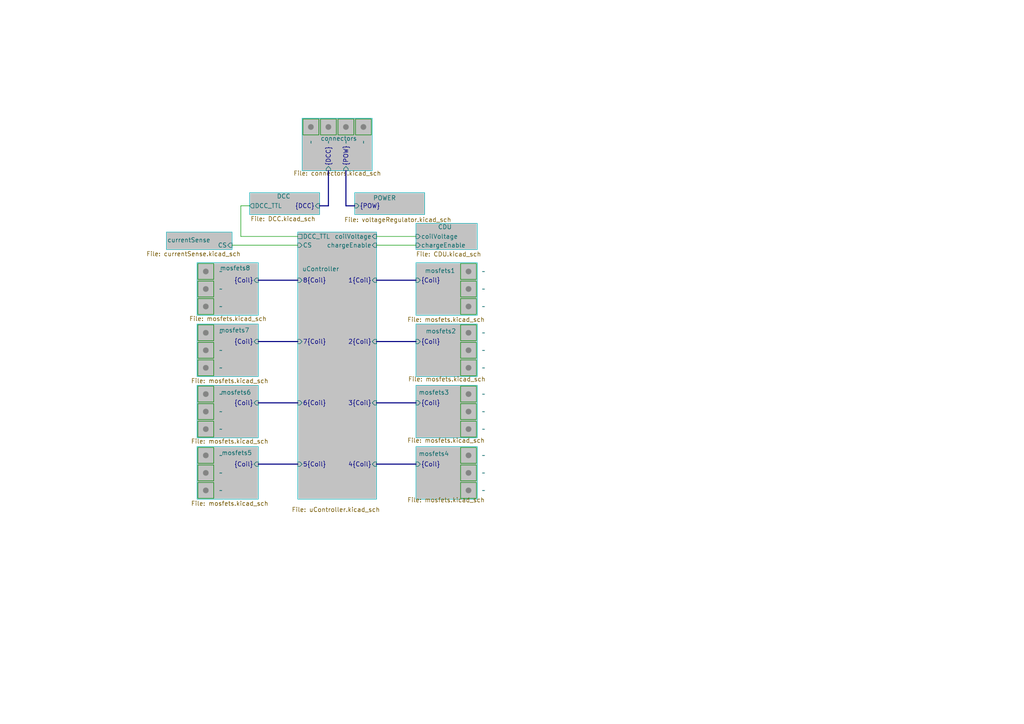
<source format=kicad_sch>
(kicad_sch (version 20231120) (generator "eeschema") (generator_version "8.0")
  (paper "A4")
  (lib_symbols
    (symbol "custom_kicad_lib_sk:screwterminal" (pin_numbers hide) (pin_names (offset 0) hide) (in_bom no) (on_board no)
      (symbol "screwterminal_1_1"
        (rectangle (start -2.3 2.3) (end 2.3 -2.3) (stroke (width 0) (color 0 132 0 1)))
        (circle (center 0 0) (radius 0.762) (stroke (width 0) (color 137 143 138 1)) (fill (type color) (color 132 132 132 1)))
      )
    )
  )
  (bus (pts (xy 109.22 81.28) (xy 120.65 81.28)))
  (wire (pts (xy 109.22 68.58) (xy 120.65 68.58)))
  (bus (pts (xy 74.93 116.84) (xy 86.36 116.84)))
  (bus (pts (xy 109.22 134.62) (xy 120.65 134.62)))
  (wire (pts (xy 86.36 68.58) (xy 69.85 68.58)))
  (wire (pts (xy 67.31 71.12) (xy 86.36 71.12)))
  (wire (pts (xy 109.22 71.12) (xy 120.65 71.12)))
  (bus (pts (xy 102.87 59.69) (xy 100.33 59.69)))
  (bus (pts (xy 100.33 59.69) (xy 100.33 49.53)))
  (bus (pts (xy 74.93 134.62) (xy 86.36 134.62)))
  (bus (pts (xy 95.25 59.69) (xy 95.25 49.53)))
  (bus (pts (xy 92.71 59.69) (xy 95.25 59.69)))
  (bus (pts (xy 74.93 81.28) (xy 86.36 81.28)))
  (wire (pts (xy 69.85 59.69) (xy 72.39 59.69)))
  (bus (pts (xy 74.93 99.06) (xy 86.36 99.06)))
  (wire (pts (xy 69.85 68.58) (xy 69.85 59.69)))
  (bus (pts (xy 109.22 99.06) (xy 120.65 99.06)))
  (bus (pts (xy 109.22 116.84) (xy 120.65 116.84)))
  (symbol (lib_id "custom_kicad_lib_sk:screwterminal") (at 135.89 96.52 0) (unit 1) (in_bom no) (on_board no)
    (property "Reference" "u124" (effects (hide yes)))
    (property "Value" "~" (at 139.7 96.52 0) (effects (justify left)))
  )
  (symbol (lib_id "custom_kicad_lib_sk:screwterminal") (at 135.89 142.24 0) (unit 1) (in_bom no) (on_board no)
    (property "Reference" "u132" (effects (hide yes)))
    (property "Value" "~" (at 139.7 142.24 0) (effects (justify left)))
  )
  (symbol (lib_id "custom_kicad_lib_sk:screwterminal") (at 135.89 83.82 0) (unit 1) (in_bom no) (on_board no)
    (property "Reference" "u122" (effects (hide yes)))
    (property "Value" "~" (at 139.7 83.82 0) (effects (justify left)))
  )
  (symbol (lib_id "custom_kicad_lib_sk:screwterminal") (at 90.17 36.83 270) (unit 1) (in_bom no) (on_board no)
    (property "Reference" "u113" (effects (hide yes)))
    (property "Value" "~" (at 90.17 40.64 0) (effects (justify left)))
  )
  (symbol (lib_id "custom_kicad_lib_sk:screwterminal") (at 135.89 101.6 0) (unit 1) (in_bom no) (on_board no)
    (property "Reference" "u125" (effects (hide yes)))
    (property "Value" "~" (at 139.7 101.6 0) (effects (justify left)))
  )
  (symbol (lib_id "custom_kicad_lib_sk:screwterminal") (at 135.89 114.3 0) (unit 1) (in_bom no) (on_board no)
    (property "Reference" "u127" (effects (hide yes)))
    (property "Value" "~" (at 139.7 114.3 0) (effects (justify left)))
  )
  (symbol (lib_id "custom_kicad_lib_sk:screwterminal") (at 59.69 137.16 0) (unit 1) (in_bom no) (on_board no)
    (property "Reference" "u111" (effects (hide yes)))
    (property "Value" "~" (at 63.5 137.16 0) (effects (justify left)))
  )
  (symbol (lib_id "custom_kicad_lib_sk:screwterminal") (at 59.69 78.74 0) (unit 1) (in_bom no) (on_board no)
    (property "Reference" "u101" (effects (hide yes)))
    (property "Value" "~" (at 63.5 78.74 0) (effects (justify left)))
  )
  (symbol (lib_id "custom_kicad_lib_sk:screwterminal") (at 135.89 106.68 0) (unit 1) (in_bom no) (on_board no)
    (property "Reference" "u126" (effects (hide yes)))
    (property "Value" "~" (at 139.7 106.68 0) (effects (justify left)))
  )
  (symbol (lib_id "custom_kicad_lib_sk:screwterminal") (at 59.69 106.68 0) (unit 1) (in_bom no) (on_board no)
    (property "Reference" "u106" (effects (hide yes)))
    (property "Value" "~" (at 63.5 106.68 0) (effects (justify left)))
  )
  (symbol (lib_id "custom_kicad_lib_sk:screwterminal") (at 135.89 124.46 0) (unit 1) (in_bom no) (on_board no)
    (property "Reference" "u129" (effects (hide yes)))
    (property "Value" "~" (at 139.7 124.46 0) (effects (justify left)))
  )
  (symbol (lib_id "custom_kicad_lib_sk:screwterminal") (at 59.69 114.3 0) (unit 1) (in_bom no) (on_board no)
    (property "Reference" "u107" (effects (hide yes)))
    (property "Value" "~" (at 63.5 114.3 0) (effects (justify left)))
  )
  (symbol (lib_id "custom_kicad_lib_sk:screwterminal") (at 135.89 132.08 0) (unit 1) (in_bom no) (on_board no)
    (property "Reference" "u130" (effects (hide yes)))
    (property "Value" "~" (at 139.7 132.08 0) (effects (justify left)))
  )
  (symbol (lib_id "custom_kicad_lib_sk:screwterminal") (at 95.25 36.83 270) (unit 1) (in_bom no) (on_board no)
    (property "Reference" "u115" (effects (hide yes)))
    (property "Value" "~" (at 95.25 40.64 0) (effects (justify left)))
  )
  (symbol (lib_id "custom_kicad_lib_sk:screwterminal") (at 100.33 36.83 270) (unit 1) (in_bom no) (on_board no)
    (property "Reference" "u117" (effects (hide yes)))
    (property "Value" "~" (at 100.33 40.64 0) (effects (justify left)))
  )
  (symbol (lib_id "custom_kicad_lib_sk:screwterminal") (at 59.69 142.24 0) (unit 1) (in_bom no) (on_board no)
    (property "Reference" "u112" (effects (hide yes)))
    (property "Value" "~" (at 63.5 142.24 0) (effects (justify left)))
  )
  (symbol (lib_id "custom_kicad_lib_sk:screwterminal") (at 59.69 96.52 0) (unit 1) (in_bom no) (on_board no)
    (property "Reference" "u104" (effects (hide yes)))
    (property "Value" "~" (at 63.5 96.52 0) (effects (justify left)))
  )
  (symbol (lib_id "custom_kicad_lib_sk:screwterminal") (at 59.69 124.46 0) (unit 1) (in_bom no) (on_board no)
    (property "Reference" "u109" (effects (hide yes)))
    (property "Value" "~" (at 63.5 124.46 0) (effects (justify left)))
  )
  (symbol (lib_id "custom_kicad_lib_sk:screwterminal") (at 59.69 101.6 0) (unit 1) (in_bom no) (on_board no)
    (property "Reference" "u105" (effects (hide yes)))
    (property "Value" "~" (at 63.5 101.6 0) (effects (justify left)))
  )
  (symbol (lib_id "custom_kicad_lib_sk:screwterminal") (at 135.89 137.16 0) (unit 1) (in_bom no) (on_board no)
    (property "Reference" "u131" (effects (hide yes)))
    (property "Value" "~" (at 139.7 137.16 0) (effects (justify left)))
  )
  (symbol (lib_id "custom_kicad_lib_sk:screwterminal") (at 59.69 88.9 0) (unit 1) (in_bom no) (on_board no)
    (property "Reference" "u103" (effects (hide yes)))
    (property "Value" "~" (at 63.5 88.9 0) (effects (justify left)))
  )
  (symbol (lib_id "custom_kicad_lib_sk:screwterminal") (at 135.89 119.38 0) (unit 1) (in_bom no) (on_board no)
    (property "Reference" "u128" (effects (hide yes)))
    (property "Value" "~" (at 139.7 119.38 0) (effects (justify left)))
  )
  (symbol (lib_id "custom_kicad_lib_sk:screwterminal") (at 135.89 88.9 0) (unit 1) (in_bom no) (on_board no)
    (property "Reference" "u123" (effects (hide yes)))
    (property "Value" "~" (at 139.7 88.9 0) (effects (justify left)))
  )
  (symbol (lib_id "custom_kicad_lib_sk:screwterminal") (at 59.69 83.82 0) (unit 1) (in_bom no) (on_board no)
    (property "Reference" "u102" (effects (hide yes)))
    (property "Value" "~" (at 63.5 83.82 0) (effects (justify left)))
  )
  (symbol (lib_id "custom_kicad_lib_sk:screwterminal") (at 135.89 78.74 0) (unit 1) (in_bom no) (on_board no)
    (property "Reference" "u121" (effects (hide yes)))
    (property "Value" "~" (at 139.7 78.74 0) (effects (justify left)))
  )
  (symbol (lib_id "custom_kicad_lib_sk:screwterminal") (at 105.41 36.83 270) (unit 1) (in_bom no) (on_board no)
    (property "Reference" "u119" (effects (hide yes)))
    (property "Value" "~" (at 105.41 40.64 0) (effects (justify left)))
  )
  (symbol (lib_id "custom_kicad_lib_sk:screwterminal") (at 59.69 132.08 0) (unit 1) (in_bom no) (on_board no)
    (property "Reference" "u110" (effects (hide yes)))
    (property "Value" "~" (at 63.5 132.08 0) (effects (justify left)))
  )
  (symbol (lib_id "custom_kicad_lib_sk:screwterminal") (at 59.69 119.38 0) (unit 1) (in_bom no) (on_board no)
    (property "Reference" "u108" (effects (hide yes)))
    (property "Value" "~" (at 63.5 119.38 0) (effects (justify left)))
  )
  (sheet (at 120.65 129.54) (size 17.78 15.24) (stroke (width 0.1524) (color 15 185 194 1)) (fill (color 194 194 194 1.0000))
    (property "Sheetname" "mosfets4" (at 121.412 132.334 0) (effects (justify left bottom)))
    (property "Sheetfile" "mosfets.kicad_sch" (at 118.11 144.272 0) (effects (justify left top)))
    (pin "{Coil}" input (at 120.65 134.62 180))
  )
  (sheet (at 57.15 111.76) (size 17.78 15.24) (stroke (width 0.1524) (color 15 185 194 1)) (fill (color 194 194 194 1.0000))
    (property "Sheetname" "mosfets6" (at 64.008 114.554 0) (effects (justify left bottom)))
    (property "Sheetfile" "mosfets.kicad_sch" (at 55.372 127.254 0) (effects (justify left top)))
    (pin "{Coil}" input (at 74.93 116.84 0))
  )
  (sheet (at 120.65 111.76) (size 17.78 15.24) (stroke (width 0.1524) (color 15 185 194 1)) (fill (color 194 194 194 1.0000))
    (property "Sheetname" "mosfets3" (at 121.412 114.554 0) (effects (justify left bottom)))
    (property "Sheetfile" "mosfets.kicad_sch" (at 118.11 127 0) (effects (justify left top)))
    (pin "{Coil}" input (at 120.65 116.84 180))
  )
  (sheet (at 120.65 76.2) (size 17.78 15.24) (stroke (width 0.1524) (color 15 185 194 1)) (fill (color 194 194 194 1.0000))
    (property "Sheetname" "mosfets1" (at 123.19 79.248 0) (effects (justify left bottom)))
    (property "Sheetfile" "mosfets.kicad_sch" (at 118.11 91.948 0) (effects (justify left top)))
    (pin "{Coil}" input (at 120.65 81.28 180))
  )
  (sheet (at 48.26 67.31) (size 19.05 5.08) (stroke (width 0.1524) (color 15 185 194 1)) (fill (color 194 194 194 1.0000))
    (property "Sheetname" "currentSense" (at 48.514 70.358 0) (effects (justify left bottom)))
    (property "Sheetfile" "currentSense.kicad_sch" (at 42.418 72.898 0) (effects (justify left top)))
    (pin "CS" input (at 67.31 71.12 0))
  )
  (sheet (at 72.39 55.88) (size 20.32 6.35) (stroke (width 0.1524) (color 15 185 194 1)) (fill (color 194 194 194 1.0000))
    (property "Sheetname" "DCC" (at 80.264 57.658 0) (effects (justify left bottom)))
    (property "Sheetfile" "DCC.kicad_sch" (at 72.644 62.738 0) (effects (justify left top)))
    (pin "DCC_TTL" output (at 72.39 59.69 180))
    (pin "{DCC}" input (at 92.71 59.69 0))
  )
  (sheet (at 57.15 129.54) (size 17.78 15.24) (stroke (width 0.1524) (color 15 185 194 1)) (fill (color 194 194 194 1.0000))
    (property "Sheetname" "mosfets5" (at 64.262 132.08 0) (effects (justify left bottom)))
    (property "Sheetfile" "mosfets.kicad_sch" (at 55.372 145.288 0) (effects (justify left top)))
    (pin "{Coil}" input (at 74.93 134.62 0))
  )
  (sheet (at 57.15 76.2) (size 17.78 15.24) (stroke (width 0.1524) (color 15 185 194 1)) (fill (color 194 194 194 1.0000))
    (property "Sheetname" "mosfets8" (at 63.754 78.486 0) (effects (justify left bottom)))
    (property "Sheetfile" "mosfets.kicad_sch" (at 54.864 91.694 0) (effects (justify left top)))
    (pin "{Coil}" input (at 74.93 81.28 0))
  )
  (sheet (at 102.87 55.88) (size 20.32 6.35) (stroke (width 0.1524) (color 15 185 194 1)) (fill (color 194 194 194 1.0000))
    (property "Sheetname" "POWER" (at 108.204 58.166 0) (effects (justify left bottom)))
    (property "Sheetfile" "voltageRegulator.kicad_sch" (at 99.822 62.992 0) (effects (justify left top)))
    (pin "{POW}" input (at 102.87 59.69 180))
  )
  (sheet (at 86.36 67.31) (size 22.86 77.47) (stroke (width 0.1524) (color 15 185 194 1)) (fill (color 194 194 194 1.0000))
    (property "Sheetname" "uController" (at 87.63 78.74 0) (effects (justify left bottom)))
    (property "Sheetfile" "uController.kicad_sch" (at 84.582 147.066 0) (effects (justify left top)))
    (pin "DCC_TTL" passive (at 86.36 68.58 180))
    (pin "CS" input (at 86.36 71.12 180))
    (pin "5{Coil}" input (at 86.36 134.62 180))
    (pin "6{Coil}" input (at 86.36 116.84 180))
    (pin "7{Coil}" input (at 86.36 99.06 180))
    (pin "8{Coil}" input (at 86.36 81.28 180))
    (pin "1{Coil}" input (at 109.22 81.28 0))
    (pin "2{Coil}" input (at 109.22 99.06 0))
    (pin "3{Coil}" input (at 109.22 116.84 0))
    (pin "4{Coil}" input (at 109.22 134.62 0))
    (pin "chargeEnable" input (at 109.22 71.12 0))
    (pin "coilVoltage" input (at 109.22 68.58 0))
  )
  (sheet (at 57.15 93.98) (size 17.78 15.24) (stroke (width 0.1524) (color 15 185 194 1)) (fill (color 194 194 194 1.0000))
    (property "Sheetname" "mosfets7" (at 63.5 96.52 0) (effects (justify left bottom)))
    (property "Sheetfile" "mosfets.kicad_sch" (at 55.372 109.728 0) (effects (justify left top)))
    (pin "{Coil}" input (at 74.93 99.06 0))
  )
  (sheet (at 120.65 64.77) (size 17.78 7.62) (stroke (width 0.1524) (color 15 185 194 1)) (fill (color 194 194 194 1.0000))
    (property "Sheetname" "CDU" (at 127 66.548 0) (effects (justify left bottom)))
    (property "Sheetfile" "CDU.kicad_sch" (at 120.65 72.9746 0) (effects (justify left top)))
    (pin "coilVoltage" input (at 120.65 68.58 180))
    (pin "chargeEnable" input (at 120.65 71.12 180))
  )
  (sheet (at 87.63 34.29) (size 20.32 15.24) (stroke (width 0.1524) (color 15 185 194 1)) (fill (color 194 194 194 1.0000))
    (property "Sheetname" "connectors" (at 92.964 40.894 0) (effects (justify left bottom)))
    (property "Sheetfile" "connectors.kicad_sch" (at 85.09 49.53 0) (effects (justify left top)))
    (pin "{POW}" input (at 100.33 49.53 270))
    (pin "{DCC}" input (at 95.25 49.53 270))
  )
  (sheet (at 120.65 93.98) (size 17.78 15.24) (stroke (width 0.1524) (color 15 185 194 1)) (fill (color 194 194 194 1.0000))
    (property "Sheetname" "mosfets2" (at 123.444 96.774 0) (effects (justify left bottom)))
    (property "Sheetfile" "mosfets.kicad_sch" (at 118.364 109.22 0) (effects (justify left top)))
    (pin "{Coil}" input (at 120.65 99.06 180))
  )
)
</source>
